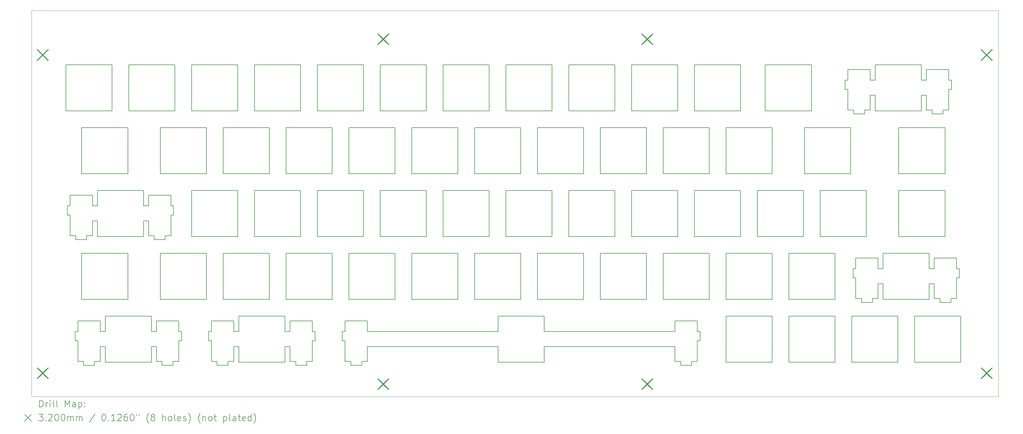
<source format=gbr>
%TF.GenerationSoftware,KiCad,Pcbnew,7.0.1*%
%TF.CreationDate,2023-10-19T22:59:03+03:00*%
%TF.ProjectId,keyboard_cherry_panel,6b657962-6f61-4726-945f-636865727279,rev?*%
%TF.SameCoordinates,Original*%
%TF.FileFunction,Drillmap*%
%TF.FilePolarity,Positive*%
%FSLAX45Y45*%
G04 Gerber Fmt 4.5, Leading zero omitted, Abs format (unit mm)*
G04 Created by KiCad (PCBNEW 7.0.1) date 2023-10-19 22:59:03*
%MOMM*%
%LPD*%
G01*
G04 APERTURE LIST*
%ADD10C,0.150000*%
%ADD11C,0.100000*%
%ADD12C,0.200000*%
%ADD13C,0.320000*%
G04 APERTURE END LIST*
D10*
X9504495Y-10636933D02*
X9676995Y-10636933D01*
X27881995Y-2389940D02*
X27881995Y-2110050D01*
X19142795Y-4944930D02*
X19142795Y-3545000D01*
X27124495Y-2110050D02*
X26972095Y-2110050D01*
X26286495Y-5450000D02*
X27686495Y-5450000D01*
X22447695Y-3545000D02*
X22447695Y-4944930D01*
X21495195Y-3039930D02*
X20095295Y-3039930D01*
X21047795Y-4944930D02*
X21047795Y-3545000D01*
X19142795Y-3545000D02*
X20542695Y-3545000D01*
X26762795Y-9260000D02*
X28162695Y-9260000D01*
X7207695Y-4944930D02*
X5807765Y-4944930D01*
X9112695Y-8754950D02*
X7712765Y-8754950D01*
X9422085Y-10009926D02*
X9504495Y-10009926D01*
X18190295Y-5450000D02*
X19590195Y-5450000D01*
X19590195Y-5450000D02*
X19590195Y-6849930D01*
X1997765Y-5450000D02*
X1997765Y-5920050D01*
X3960775Y-10636933D02*
X3960775Y-10756960D01*
X17685195Y-3039930D02*
X16285295Y-3039930D01*
X8593865Y-9730050D02*
X8511455Y-9730050D01*
X11017695Y-3545000D02*
X11017695Y-4944930D01*
X24352695Y-9260000D02*
X24352695Y-10659946D01*
X11970195Y-3039930D02*
X10570125Y-3039930D01*
X4350195Y-1640000D02*
X4350195Y-3039930D01*
X22447695Y-7355010D02*
X22447695Y-8754950D01*
X4855265Y-3039930D02*
X4855265Y-1640000D01*
X8665265Y-1640000D02*
X10065195Y-1640000D01*
X4855265Y-1640000D02*
X6255195Y-1640000D01*
X20542695Y-7355010D02*
X20542695Y-8754950D01*
X22952795Y-7355010D02*
X24352695Y-7355010D01*
X16285295Y-5450000D02*
X17685195Y-5450000D01*
X7683945Y-9730050D02*
X7683945Y-9260000D01*
X25571995Y-2570030D02*
X25571995Y-3039930D01*
X25810295Y-8754950D02*
X27210195Y-8754950D01*
X27686495Y-5450000D02*
X27686495Y-6849930D01*
X5807765Y-7355010D02*
X7207695Y-7355010D01*
X3902765Y-8754950D02*
X3902765Y-7355010D01*
X25155295Y-8731930D02*
X25155295Y-8851960D01*
X20261995Y-10009926D02*
X20261995Y-9730050D01*
X9112695Y-3545000D02*
X9112695Y-4944930D01*
X1910805Y-10756960D02*
X1910805Y-10636933D01*
X6131475Y-9407030D02*
X5456505Y-9407030D01*
X12475095Y-1640000D02*
X13875195Y-1640000D01*
X1408375Y-9407030D02*
X1408375Y-9730050D01*
X7836525Y-9407030D02*
X7836525Y-9730050D01*
X20179595Y-10009926D02*
X20261995Y-10009926D01*
X3788385Y-10189899D02*
X3788385Y-10636933D01*
X28037695Y-8731930D02*
X28037695Y-8104930D01*
X25657695Y-8285040D02*
X25810295Y-8285040D01*
X1170250Y-5597040D02*
X1170250Y-5920050D01*
X14380295Y-6849930D02*
X14380295Y-5450000D01*
X1170250Y-6199940D02*
X1170250Y-6826930D01*
X4052695Y-6826930D02*
X4225225Y-6826930D01*
X27210195Y-7355010D02*
X25810295Y-7355010D01*
X3788385Y-9407030D02*
X3788385Y-9730050D01*
X10007055Y-10636933D02*
X10179605Y-10636933D01*
X16732695Y-8754950D02*
X15332795Y-8754950D01*
X11017695Y-8754950D02*
X9617765Y-8754950D01*
X25247095Y-3016930D02*
X25419595Y-3016930D01*
X5456505Y-9407030D02*
X5456505Y-9730050D01*
X13427795Y-3545000D02*
X14827695Y-3545000D01*
X4307765Y-6199940D02*
X4307765Y-5920050D01*
X16285295Y-3039930D02*
X16285295Y-1640000D01*
X4463335Y-9407030D02*
X3788385Y-9407030D01*
X20007095Y-10636933D02*
X20179595Y-10636933D01*
X15780195Y-6849930D02*
X14380295Y-6849930D01*
X21047795Y-3545000D02*
X22447695Y-3545000D01*
X24352695Y-10659946D02*
X22952795Y-10659946D01*
X27362795Y-7502030D02*
X27362795Y-7825050D01*
X5628875Y-10756960D02*
X5958935Y-10756960D01*
X11522795Y-4944930D02*
X11522795Y-3545000D01*
X8511455Y-9407030D02*
X7836525Y-9407030D01*
X3635835Y-10659946D02*
X3635835Y-10189899D01*
X1170250Y-5920050D02*
X1087704Y-5920050D01*
X8008885Y-10756960D02*
X8338945Y-10756960D01*
X25419595Y-2110050D02*
X25419595Y-1787040D01*
X1997765Y-6380030D02*
X1997765Y-6849930D01*
X3902765Y-4944930D02*
X3902765Y-3545000D01*
X24744495Y-2389940D02*
X24744495Y-3016930D01*
X28162695Y-9260000D02*
X28162695Y-10659946D01*
X9112695Y-7355010D02*
X9112695Y-8754950D01*
X18190295Y-6849930D02*
X18190295Y-5450000D01*
X23428995Y-4944930D02*
X23428995Y-3545000D01*
X22000295Y-6849930D02*
X22000295Y-5450000D01*
X28120295Y-7825050D02*
X28037695Y-7825050D01*
X15542095Y-10189899D02*
X19504495Y-10189899D01*
X13427795Y-7355010D02*
X14827695Y-7355010D01*
X27865195Y-8731930D02*
X28037695Y-8731930D01*
X27210195Y-7825050D02*
X27210195Y-7355010D01*
X1845215Y-6826930D02*
X1845215Y-6380030D01*
X27627095Y-3136950D02*
X27627095Y-3016930D01*
X10179605Y-9730050D02*
X10179605Y-9407030D01*
X27535295Y-8851960D02*
X27865195Y-8851960D01*
X8665265Y-5450000D02*
X10065195Y-5450000D01*
X23428995Y-3545000D02*
X24828995Y-3545000D01*
X17685195Y-6849930D02*
X16285295Y-6849930D01*
X3397705Y-6380030D02*
X3550255Y-6380030D01*
X15542095Y-9260000D02*
X14141995Y-9260000D01*
X20542695Y-3545000D02*
X20542695Y-4944930D01*
X3902765Y-3545000D02*
X5302695Y-3545000D01*
X20095295Y-1640000D02*
X21495195Y-1640000D01*
X19590195Y-1640000D02*
X19590195Y-3039930D01*
X25657695Y-7502030D02*
X24982795Y-7502030D01*
X2235885Y-9260000D02*
X2235885Y-9730050D01*
X4290815Y-10756960D02*
X4290815Y-10636933D01*
X26972095Y-2110050D02*
X26972095Y-1640000D01*
X3635835Y-9730050D02*
X3635835Y-9260000D01*
X25485195Y-8731930D02*
X25657695Y-8731930D01*
X10570125Y-1640000D02*
X11970195Y-1640000D01*
X24916995Y-3136950D02*
X25247095Y-3136950D01*
X1672680Y-6946950D02*
X1672680Y-6826930D01*
X12922695Y-7355010D02*
X12922695Y-8754950D01*
X1845215Y-5597040D02*
X1170250Y-5597040D01*
X6255195Y-1640000D02*
X6255195Y-3039930D01*
X5302695Y-7355010D02*
X5302695Y-8754950D01*
X1521511Y-4944930D02*
X1521511Y-3545000D01*
X5807765Y-4944930D02*
X5807765Y-3545000D01*
X8160195Y-5450000D02*
X8160195Y-6849930D01*
X10007055Y-10756960D02*
X10007055Y-10636933D01*
X15542095Y-9730050D02*
X15542095Y-9260000D01*
X2921465Y-4944930D02*
X1521511Y-4944930D01*
X2921465Y-3545000D02*
X2921465Y-4944930D01*
X27881995Y-2110050D02*
X27799595Y-2110050D01*
X19142795Y-8754950D02*
X19142795Y-7355010D01*
X6284015Y-10189899D02*
X6284015Y-10659946D01*
X22447695Y-10659946D02*
X21047795Y-10659946D01*
X7683945Y-9260000D02*
X6284015Y-9260000D01*
X15780195Y-3039930D02*
X14380295Y-3039930D01*
X6131475Y-10189899D02*
X6284015Y-10189899D01*
X20095295Y-6849930D02*
X20095295Y-5450000D01*
X23638295Y-1640000D02*
X23638295Y-3039930D01*
X18637695Y-8754950D02*
X17237795Y-8754950D01*
X8665265Y-6849930D02*
X8665265Y-5450000D01*
X9617765Y-3545000D02*
X11017695Y-3545000D01*
X7207695Y-3545000D02*
X7207695Y-4944930D01*
X2235885Y-9730050D02*
X2083335Y-9730050D01*
X28120295Y-8104930D02*
X28120295Y-7825050D01*
X3788385Y-10636933D02*
X3960775Y-10636933D01*
X21047795Y-8754950D02*
X21047795Y-7355010D01*
X15542095Y-10659946D02*
X15542095Y-10189899D01*
X1997765Y-5920050D02*
X1845215Y-5920050D01*
X4463335Y-10636933D02*
X4463335Y-10009926D01*
X5958935Y-10636933D02*
X6131475Y-10636933D01*
X26286495Y-3545000D02*
X27686495Y-3545000D01*
X10570125Y-6849930D02*
X10570125Y-5450000D01*
X2921465Y-7355010D02*
X2921465Y-8754950D01*
X28037695Y-7825050D02*
X28037695Y-7502030D01*
X17237795Y-7355010D02*
X18637695Y-7355010D01*
X11522795Y-7355010D02*
X12922695Y-7355010D01*
X24982795Y-8731930D02*
X25155295Y-8731930D01*
X12475095Y-5450000D02*
X13875195Y-5450000D01*
X24744495Y-3016930D02*
X24916995Y-3016930D01*
X8511455Y-9730050D02*
X8511455Y-9407030D01*
X26972095Y-2570030D02*
X27124495Y-2570030D01*
X13427795Y-8754950D02*
X13427795Y-7355010D01*
X5958935Y-10756960D02*
X5958935Y-10636933D01*
X14380295Y-5450000D02*
X15780195Y-5450000D01*
X5373955Y-9730050D02*
X5373955Y-10009926D01*
X26257695Y-9260000D02*
X26257695Y-10659946D01*
X4052695Y-6946950D02*
X4052695Y-6826930D01*
X23905295Y-6849930D02*
X23905295Y-5450000D01*
X10065195Y-5450000D02*
X10065195Y-6849930D01*
X25247095Y-3136950D02*
X25247095Y-3016930D01*
X1342779Y-6946950D02*
X1672680Y-6946950D01*
X7683945Y-10659946D02*
X7683945Y-10189899D01*
X25571995Y-2110050D02*
X25419595Y-2110050D01*
X1087704Y-5920050D02*
X1087704Y-6199940D01*
X26762795Y-10659946D02*
X26762795Y-9260000D01*
X20095295Y-3039930D02*
X20095295Y-1640000D01*
X20095295Y-5450000D02*
X21495195Y-5450000D01*
X21047795Y-10659946D02*
X21047795Y-9260000D01*
X5628875Y-10636933D02*
X5628875Y-10756960D01*
X2083335Y-9407030D02*
X1408375Y-9407030D01*
X1045260Y-3039930D02*
X1045260Y-1640000D01*
X15332795Y-3545000D02*
X16732695Y-3545000D01*
X20179595Y-10636933D02*
X20179595Y-10009926D01*
X24828995Y-3545000D02*
X24828995Y-4944930D01*
X4225225Y-6826930D02*
X4225225Y-6199940D01*
X3788385Y-9730050D02*
X3635835Y-9730050D01*
X7712765Y-7355010D02*
X9112695Y-7355010D01*
X19504495Y-10189899D02*
X19504495Y-10636933D01*
X2950265Y-1640000D02*
X4350195Y-1640000D01*
X14141995Y-10659946D02*
X15542095Y-10659946D01*
X28162695Y-10659946D02*
X26762795Y-10659946D01*
X12475095Y-3039930D02*
X12475095Y-1640000D01*
X3635835Y-10189899D02*
X3788385Y-10189899D01*
X10179605Y-10636933D02*
X10179605Y-10189899D01*
X16285295Y-6849930D02*
X16285295Y-5450000D01*
X7712765Y-4944930D02*
X7712765Y-3545000D01*
X26972095Y-3039930D02*
X26972095Y-2570030D01*
X17237795Y-8754950D02*
X17237795Y-7355010D01*
X10065195Y-3039930D02*
X8665265Y-3039930D01*
X13875195Y-3039930D02*
X12475095Y-3039930D01*
X4225225Y-5920050D02*
X4225225Y-5597040D01*
X25657695Y-7825050D02*
X25657695Y-7502030D01*
X24662095Y-2110050D02*
X24662095Y-2389940D01*
X5302695Y-3545000D02*
X5302695Y-4944930D01*
X1408375Y-10636933D02*
X1580904Y-10636933D01*
X8338945Y-10756960D02*
X8338945Y-10636933D01*
X5456505Y-10636933D02*
X5628875Y-10636933D01*
X6255195Y-6849930D02*
X4855265Y-6849930D01*
X17237795Y-4944930D02*
X17237795Y-3545000D01*
X1325828Y-10009926D02*
X1408375Y-10009926D01*
X16732695Y-7355010D02*
X16732695Y-8754950D01*
X24916995Y-3016930D02*
X24916995Y-3136950D01*
X7836525Y-10189899D02*
X7836525Y-10636933D01*
X12922695Y-3545000D02*
X12922695Y-4944930D01*
X25419595Y-1787040D02*
X24744495Y-1787040D01*
X12475095Y-6849930D02*
X12475095Y-5450000D01*
X28037695Y-8104930D02*
X28120295Y-8104930D01*
X4225225Y-6199940D02*
X4307765Y-6199940D01*
X9504495Y-9730050D02*
X9422085Y-9730050D01*
X9504495Y-10009926D02*
X9504495Y-10636933D01*
X3635835Y-9260000D02*
X2235885Y-9260000D01*
X4290815Y-10636933D02*
X4463335Y-10636933D01*
X11970195Y-6849930D02*
X10570125Y-6849930D01*
X19676995Y-10756960D02*
X20007095Y-10756960D01*
X8665265Y-3039930D02*
X8665265Y-1640000D01*
X27124495Y-3016930D02*
X27296995Y-3016930D01*
X27865195Y-8851960D02*
X27865195Y-8731930D01*
X9504495Y-9407030D02*
X9504495Y-9730050D01*
X2083335Y-10189899D02*
X2235885Y-10189899D01*
X3550255Y-6826930D02*
X3722785Y-6826930D01*
X27296995Y-3016930D02*
X27296995Y-3136950D01*
X25419595Y-3016930D02*
X25419595Y-2570030D01*
X18637695Y-4944930D02*
X17237795Y-4944930D01*
X10179605Y-9407030D02*
X9504495Y-9407030D01*
X6255195Y-3039930D02*
X4855265Y-3039930D01*
X19504495Y-9730050D02*
X15542095Y-9730050D01*
X14141995Y-10189899D02*
X14141995Y-10659946D01*
X11017695Y-4944930D02*
X9617765Y-4944930D01*
X1045260Y-1640000D02*
X2445215Y-1640000D01*
X1521511Y-3545000D02*
X2921465Y-3545000D01*
X1580904Y-10756960D02*
X1910805Y-10756960D01*
X17685195Y-1640000D02*
X17685195Y-3039930D01*
X9676995Y-10636933D02*
X9676995Y-10756960D01*
X6131475Y-10636933D02*
X6131475Y-10189899D01*
X20179595Y-9730050D02*
X20179595Y-9407030D01*
X25305195Y-6849930D02*
X23905295Y-6849930D01*
X4350195Y-3039930D02*
X2950265Y-3039930D01*
X27799595Y-3016930D02*
X27799595Y-2389940D01*
X5302695Y-4944930D02*
X3902765Y-4944930D01*
X1997765Y-6849930D02*
X3397705Y-6849930D01*
X22238395Y-3039930D02*
X22238395Y-1640000D01*
X25810295Y-7825050D02*
X25657695Y-7825050D01*
X22447695Y-8754950D02*
X21047795Y-8754950D01*
X24744495Y-1787040D02*
X24744495Y-2110050D01*
X7712765Y-8754950D02*
X7712765Y-7355010D01*
X23905295Y-5450000D02*
X25305195Y-5450000D01*
X27124495Y-2570030D02*
X27124495Y-3016930D01*
X3960775Y-10756960D02*
X4290815Y-10756960D01*
X25155295Y-8851960D02*
X25485195Y-8851960D01*
X5302695Y-8754950D02*
X3902765Y-8754950D01*
X11970195Y-1640000D02*
X11970195Y-3039930D01*
X12922695Y-4944930D02*
X11522795Y-4944930D01*
X5807765Y-3545000D02*
X7207695Y-3545000D01*
X19142795Y-7355010D02*
X20542695Y-7355010D01*
X18637695Y-7355010D02*
X18637695Y-8754950D01*
X5456505Y-10009926D02*
X5456505Y-10636933D01*
X15332795Y-4944930D02*
X15332795Y-3545000D01*
X1521511Y-7355010D02*
X2921465Y-7355010D01*
X27799595Y-2389940D02*
X27881995Y-2389940D01*
X9617765Y-4944930D02*
X9617765Y-3545000D01*
X3722785Y-6946950D02*
X4052695Y-6946950D01*
X20542695Y-8754950D02*
X19142795Y-8754950D01*
X9112695Y-4944930D02*
X7712765Y-4944930D01*
X10570125Y-3039930D02*
X10570125Y-1640000D01*
X15332795Y-8754950D02*
X15332795Y-7355010D01*
X6284015Y-10659946D02*
X7683945Y-10659946D01*
X3397705Y-6849930D02*
X3397705Y-6380030D01*
X21047795Y-9260000D02*
X22447695Y-9260000D01*
X14827695Y-8754950D02*
X13427795Y-8754950D01*
X21495195Y-6849930D02*
X20095295Y-6849930D01*
X10065195Y-6849930D02*
X8665265Y-6849930D01*
X22000295Y-5450000D02*
X23400195Y-5450000D01*
X4545885Y-10009926D02*
X4545885Y-9730050D01*
X19504495Y-10636933D02*
X19676995Y-10636933D01*
X19504495Y-9407030D02*
X19504495Y-9730050D01*
X11970195Y-5450000D02*
X11970195Y-6849930D01*
X24900195Y-8104930D02*
X24982795Y-8104930D01*
X19590195Y-3039930D02*
X18190295Y-3039930D01*
X1408375Y-10009926D02*
X1408375Y-10636933D01*
X1087704Y-6199940D02*
X1170250Y-6199940D01*
X14827695Y-3545000D02*
X14827695Y-4944930D01*
X20179595Y-9407030D02*
X19504495Y-9407030D01*
X1521511Y-8754950D02*
X1521511Y-7355010D01*
X13427795Y-4944930D02*
X13427795Y-3545000D01*
X3550255Y-5597040D02*
X3550255Y-5920050D01*
X4855265Y-5450000D02*
X6255195Y-5450000D01*
X24857795Y-9260000D02*
X26257695Y-9260000D01*
X2083335Y-9730050D02*
X2083335Y-9407030D01*
X10179605Y-10189899D02*
X14141995Y-10189899D01*
X24982795Y-7825050D02*
X24900195Y-7825050D01*
X16285295Y-1640000D02*
X17685195Y-1640000D01*
X6284015Y-9260000D02*
X6284015Y-9730050D01*
X24828995Y-4944930D02*
X23428995Y-4944930D01*
X15780195Y-5450000D02*
X15780195Y-6849930D01*
X9422085Y-9730050D02*
X9422085Y-10009926D01*
X24662095Y-2389940D02*
X24744495Y-2389940D01*
X4855265Y-6849930D02*
X4855265Y-5450000D01*
X3902765Y-7355010D02*
X5302695Y-7355010D01*
X24982795Y-8104930D02*
X24982795Y-8731930D01*
X4463335Y-10009926D02*
X4545885Y-10009926D01*
X15332795Y-7355010D02*
X16732695Y-7355010D01*
X8160195Y-3039930D02*
X6760265Y-3039930D01*
X27362795Y-8731930D02*
X27535295Y-8731930D01*
X27686495Y-6849930D02*
X26286495Y-6849930D01*
X25810295Y-7355010D02*
X25810295Y-7825050D01*
X23400195Y-6849930D02*
X22000295Y-6849930D01*
X7683945Y-10189899D02*
X7836525Y-10189899D01*
X10065195Y-1640000D02*
X10065195Y-3039930D01*
X21495195Y-1640000D02*
X21495195Y-3039930D01*
X9617765Y-8754950D02*
X9617765Y-7355010D01*
X27362795Y-8285040D02*
X27362795Y-8731930D01*
X15780195Y-1640000D02*
X15780195Y-3039930D01*
X3550255Y-5920050D02*
X3397705Y-5920050D01*
X18190295Y-1640000D02*
X19590195Y-1640000D01*
X25419595Y-2570030D02*
X25571995Y-2570030D01*
X6131475Y-9730050D02*
X6131475Y-9407030D01*
X11522795Y-3545000D02*
X12922695Y-3545000D01*
X27362795Y-7825050D02*
X27210195Y-7825050D01*
X3722785Y-6826930D02*
X3722785Y-6946950D01*
X1325828Y-9730050D02*
X1325828Y-10009926D01*
X22238395Y-1640000D02*
X23638295Y-1640000D01*
X6760265Y-6849930D02*
X6760265Y-5450000D01*
X22952795Y-8754950D02*
X22952795Y-7355010D01*
X8160195Y-6849930D02*
X6760265Y-6849930D01*
X13875195Y-5450000D02*
X13875195Y-6849930D01*
X8593865Y-10009926D02*
X8593865Y-9730050D01*
X25571995Y-3039930D02*
X26972095Y-3039930D01*
X7712765Y-3545000D02*
X9112695Y-3545000D01*
X27210195Y-8285040D02*
X27362795Y-8285040D01*
X26286495Y-4944930D02*
X26286495Y-3545000D01*
X21047795Y-7355010D02*
X22447695Y-7355010D01*
X5373955Y-10009926D02*
X5456505Y-10009926D01*
X11522795Y-8754950D02*
X11522795Y-7355010D01*
X27799595Y-2110050D02*
X27799595Y-1787040D01*
X27627095Y-3016930D02*
X27799595Y-3016930D01*
X25305195Y-5450000D02*
X25305195Y-6849930D01*
X3397705Y-5450000D02*
X1997765Y-5450000D01*
X27535295Y-8731930D02*
X27535295Y-8851960D01*
X2235885Y-10659946D02*
X3635835Y-10659946D01*
X21495195Y-5450000D02*
X21495195Y-6849930D01*
X1845215Y-5920050D02*
X1845215Y-5597040D01*
X25810295Y-8285040D02*
X25810295Y-8754950D01*
X13875195Y-6849930D02*
X12475095Y-6849930D01*
X4225225Y-5597040D02*
X3550255Y-5597040D01*
X14827695Y-4944930D02*
X13427795Y-4944930D01*
X27686495Y-3545000D02*
X27686495Y-4944930D01*
X2921465Y-8754950D02*
X1521511Y-8754950D01*
X27210195Y-8754950D02*
X27210195Y-8285040D01*
X18190295Y-3039930D02*
X18190295Y-1640000D01*
X20542695Y-4944930D02*
X19142795Y-4944930D01*
D11*
X0Y0D02*
X29310000Y0D01*
X29310000Y-11700000D01*
X0Y-11700000D01*
X0Y0D01*
D10*
X17237795Y-3545000D02*
X18637695Y-3545000D01*
X8338945Y-10636933D02*
X8511455Y-10636933D01*
X20007095Y-10756960D02*
X20007095Y-10636933D01*
X20261995Y-9730050D02*
X20179595Y-9730050D01*
X7207695Y-8754950D02*
X5807765Y-8754950D01*
X25485195Y-8851960D02*
X25485195Y-8731930D01*
X4307765Y-5920050D02*
X4225225Y-5920050D01*
X24744495Y-2110050D02*
X24662095Y-2110050D01*
X5807765Y-8754950D02*
X5807765Y-7355010D01*
X27686495Y-4944930D02*
X26286495Y-4944930D01*
X10570125Y-5450000D02*
X11970195Y-5450000D01*
X25657695Y-8731930D02*
X25657695Y-8285040D01*
X2235885Y-10189899D02*
X2235885Y-10659946D01*
X14827695Y-7355010D02*
X14827695Y-8754950D01*
X24857795Y-10659946D02*
X24857795Y-9260000D01*
X26286495Y-6849930D02*
X26286495Y-5450000D01*
X8511455Y-10636933D02*
X8511455Y-10009926D01*
X22447695Y-9260000D02*
X22447695Y-10659946D01*
X7207695Y-7355010D02*
X7207695Y-8754950D01*
X3550255Y-6380030D02*
X3550255Y-6826930D01*
X8160195Y-1640000D02*
X8160195Y-3039930D01*
X13875195Y-1640000D02*
X13875195Y-3039930D01*
X7836525Y-9730050D02*
X7683945Y-9730050D01*
X6760265Y-1640000D02*
X8160195Y-1640000D01*
X8511455Y-10009926D02*
X8593865Y-10009926D01*
X11017695Y-7355010D02*
X11017695Y-8754950D01*
X22952795Y-9260000D02*
X24352695Y-9260000D01*
X22447695Y-4944930D02*
X21047795Y-4944930D01*
X14380295Y-1640000D02*
X15780195Y-1640000D01*
X14141995Y-9730050D02*
X10179605Y-9730050D01*
X1910805Y-10636933D02*
X2083335Y-10636933D01*
X23400195Y-5450000D02*
X23400195Y-6849930D01*
X1580904Y-10636933D02*
X1580904Y-10756960D01*
X19590195Y-6849930D02*
X18190295Y-6849930D01*
X5456505Y-9730050D02*
X5373955Y-9730050D01*
X1170250Y-6826930D02*
X1342779Y-6826930D01*
X18637695Y-3545000D02*
X18637695Y-4944930D01*
X27799595Y-1787040D02*
X27124495Y-1787040D01*
X6255195Y-5450000D02*
X6255195Y-6849930D01*
X26972095Y-1640000D02*
X25571995Y-1640000D01*
X24352695Y-7355010D02*
X24352695Y-8754950D01*
X14141995Y-9260000D02*
X14141995Y-9730050D01*
X23638295Y-3039930D02*
X22238395Y-3039930D01*
X2950265Y-3039930D02*
X2950265Y-1640000D01*
X12922695Y-8754950D02*
X11522795Y-8754950D01*
X6760265Y-5450000D02*
X8160195Y-5450000D01*
X6284015Y-9730050D02*
X6131475Y-9730050D01*
X2083335Y-10636933D02*
X2083335Y-10189899D01*
X26257695Y-10659946D02*
X24857795Y-10659946D01*
X16732695Y-3545000D02*
X16732695Y-4944930D01*
X6760265Y-3039930D02*
X6760265Y-1640000D01*
X24900195Y-7825050D02*
X24900195Y-8104930D01*
X8008885Y-10636933D02*
X8008885Y-10756960D01*
X1845215Y-6380030D02*
X1997765Y-6380030D01*
X28037695Y-7502030D02*
X27362795Y-7502030D01*
X4545885Y-9730050D02*
X4463335Y-9730050D01*
X24982795Y-7502030D02*
X24982795Y-7825050D01*
X1408375Y-9730050D02*
X1325828Y-9730050D01*
X14380295Y-3039930D02*
X14380295Y-1640000D01*
X25571995Y-1640000D02*
X25571995Y-2110050D01*
X1342779Y-6826930D02*
X1342779Y-6946950D01*
X17685195Y-5450000D02*
X17685195Y-6849930D01*
X9676995Y-10756960D02*
X10007055Y-10756960D01*
X27296995Y-3136950D02*
X27627095Y-3136950D01*
X27124495Y-1787040D02*
X27124495Y-2110050D01*
X2445215Y-1640000D02*
X2445215Y-3039930D01*
X16732695Y-4944930D02*
X15332795Y-4944930D01*
X9617765Y-7355010D02*
X11017695Y-7355010D01*
X4463335Y-9730050D02*
X4463335Y-9407030D01*
X19676995Y-10636933D02*
X19676995Y-10756960D01*
X24352695Y-8754950D02*
X22952795Y-8754950D01*
X7836525Y-10636933D02*
X8008885Y-10636933D01*
X2445215Y-3039930D02*
X1045260Y-3039930D01*
X3397705Y-5920050D02*
X3397705Y-5450000D01*
X1672680Y-6826930D02*
X1845215Y-6826930D01*
X22952795Y-10659946D02*
X22952795Y-9260000D01*
D12*
D13*
X184080Y-1186020D02*
X504080Y-1506020D01*
X504080Y-1186020D02*
X184080Y-1506020D01*
X184080Y-10836020D02*
X504080Y-11156020D01*
X504080Y-10836020D02*
X184080Y-11156020D01*
X10503760Y-710020D02*
X10823760Y-1030020D01*
X10823760Y-710020D02*
X10503760Y-1030020D01*
X10503760Y-11165910D02*
X10823760Y-11485910D01*
X10823760Y-11165910D02*
X10503760Y-11485910D01*
X18502800Y-710020D02*
X18822800Y-1030020D01*
X18822800Y-710020D02*
X18502800Y-1030020D01*
X18502800Y-11165910D02*
X18822800Y-11485910D01*
X18822800Y-11165910D02*
X18502800Y-11485910D01*
X28789330Y-1186020D02*
X29109330Y-1506020D01*
X29109330Y-1186020D02*
X28789330Y-1506020D01*
X28789330Y-10836020D02*
X29109330Y-11156020D01*
X29109330Y-10836020D02*
X28789330Y-11156020D01*
D12*
X242619Y-12017524D02*
X242619Y-11817524D01*
X242619Y-11817524D02*
X290238Y-11817524D01*
X290238Y-11817524D02*
X318810Y-11827048D01*
X318810Y-11827048D02*
X337857Y-11846095D01*
X337857Y-11846095D02*
X347381Y-11865143D01*
X347381Y-11865143D02*
X356905Y-11903238D01*
X356905Y-11903238D02*
X356905Y-11931809D01*
X356905Y-11931809D02*
X347381Y-11969905D01*
X347381Y-11969905D02*
X337857Y-11988952D01*
X337857Y-11988952D02*
X318810Y-12008000D01*
X318810Y-12008000D02*
X290238Y-12017524D01*
X290238Y-12017524D02*
X242619Y-12017524D01*
X442619Y-12017524D02*
X442619Y-11884190D01*
X442619Y-11922286D02*
X452143Y-11903238D01*
X452143Y-11903238D02*
X461667Y-11893714D01*
X461667Y-11893714D02*
X480714Y-11884190D01*
X480714Y-11884190D02*
X499762Y-11884190D01*
X566429Y-12017524D02*
X566429Y-11884190D01*
X566429Y-11817524D02*
X556905Y-11827048D01*
X556905Y-11827048D02*
X566429Y-11836571D01*
X566429Y-11836571D02*
X575952Y-11827048D01*
X575952Y-11827048D02*
X566429Y-11817524D01*
X566429Y-11817524D02*
X566429Y-11836571D01*
X690238Y-12017524D02*
X671190Y-12008000D01*
X671190Y-12008000D02*
X661667Y-11988952D01*
X661667Y-11988952D02*
X661667Y-11817524D01*
X795000Y-12017524D02*
X775952Y-12008000D01*
X775952Y-12008000D02*
X766428Y-11988952D01*
X766428Y-11988952D02*
X766428Y-11817524D01*
X1023571Y-12017524D02*
X1023571Y-11817524D01*
X1023571Y-11817524D02*
X1090238Y-11960381D01*
X1090238Y-11960381D02*
X1156905Y-11817524D01*
X1156905Y-11817524D02*
X1156905Y-12017524D01*
X1337857Y-12017524D02*
X1337857Y-11912762D01*
X1337857Y-11912762D02*
X1328333Y-11893714D01*
X1328333Y-11893714D02*
X1309286Y-11884190D01*
X1309286Y-11884190D02*
X1271190Y-11884190D01*
X1271190Y-11884190D02*
X1252143Y-11893714D01*
X1337857Y-12008000D02*
X1318810Y-12017524D01*
X1318810Y-12017524D02*
X1271190Y-12017524D01*
X1271190Y-12017524D02*
X1252143Y-12008000D01*
X1252143Y-12008000D02*
X1242619Y-11988952D01*
X1242619Y-11988952D02*
X1242619Y-11969905D01*
X1242619Y-11969905D02*
X1252143Y-11950857D01*
X1252143Y-11950857D02*
X1271190Y-11941333D01*
X1271190Y-11941333D02*
X1318810Y-11941333D01*
X1318810Y-11941333D02*
X1337857Y-11931809D01*
X1433095Y-11884190D02*
X1433095Y-12084190D01*
X1433095Y-11893714D02*
X1452143Y-11884190D01*
X1452143Y-11884190D02*
X1490238Y-11884190D01*
X1490238Y-11884190D02*
X1509286Y-11893714D01*
X1509286Y-11893714D02*
X1518809Y-11903238D01*
X1518809Y-11903238D02*
X1528333Y-11922286D01*
X1528333Y-11922286D02*
X1528333Y-11979428D01*
X1528333Y-11979428D02*
X1518809Y-11998476D01*
X1518809Y-11998476D02*
X1509286Y-12008000D01*
X1509286Y-12008000D02*
X1490238Y-12017524D01*
X1490238Y-12017524D02*
X1452143Y-12017524D01*
X1452143Y-12017524D02*
X1433095Y-12008000D01*
X1614048Y-11998476D02*
X1623571Y-12008000D01*
X1623571Y-12008000D02*
X1614048Y-12017524D01*
X1614048Y-12017524D02*
X1604524Y-12008000D01*
X1604524Y-12008000D02*
X1614048Y-11998476D01*
X1614048Y-11998476D02*
X1614048Y-12017524D01*
X1614048Y-11893714D02*
X1623571Y-11903238D01*
X1623571Y-11903238D02*
X1614048Y-11912762D01*
X1614048Y-11912762D02*
X1604524Y-11903238D01*
X1604524Y-11903238D02*
X1614048Y-11893714D01*
X1614048Y-11893714D02*
X1614048Y-11912762D01*
X-205000Y-12245000D02*
X-5000Y-12445000D01*
X-5000Y-12245000D02*
X-205000Y-12445000D01*
X223571Y-12237524D02*
X347381Y-12237524D01*
X347381Y-12237524D02*
X280714Y-12313714D01*
X280714Y-12313714D02*
X309286Y-12313714D01*
X309286Y-12313714D02*
X328333Y-12323238D01*
X328333Y-12323238D02*
X337857Y-12332762D01*
X337857Y-12332762D02*
X347381Y-12351809D01*
X347381Y-12351809D02*
X347381Y-12399428D01*
X347381Y-12399428D02*
X337857Y-12418476D01*
X337857Y-12418476D02*
X328333Y-12428000D01*
X328333Y-12428000D02*
X309286Y-12437524D01*
X309286Y-12437524D02*
X252143Y-12437524D01*
X252143Y-12437524D02*
X233095Y-12428000D01*
X233095Y-12428000D02*
X223571Y-12418476D01*
X433095Y-12418476D02*
X442619Y-12428000D01*
X442619Y-12428000D02*
X433095Y-12437524D01*
X433095Y-12437524D02*
X423571Y-12428000D01*
X423571Y-12428000D02*
X433095Y-12418476D01*
X433095Y-12418476D02*
X433095Y-12437524D01*
X518809Y-12256571D02*
X528333Y-12247048D01*
X528333Y-12247048D02*
X547381Y-12237524D01*
X547381Y-12237524D02*
X595000Y-12237524D01*
X595000Y-12237524D02*
X614048Y-12247048D01*
X614048Y-12247048D02*
X623571Y-12256571D01*
X623571Y-12256571D02*
X633095Y-12275619D01*
X633095Y-12275619D02*
X633095Y-12294667D01*
X633095Y-12294667D02*
X623571Y-12323238D01*
X623571Y-12323238D02*
X509286Y-12437524D01*
X509286Y-12437524D02*
X633095Y-12437524D01*
X756905Y-12237524D02*
X775952Y-12237524D01*
X775952Y-12237524D02*
X795000Y-12247048D01*
X795000Y-12247048D02*
X804524Y-12256571D01*
X804524Y-12256571D02*
X814048Y-12275619D01*
X814048Y-12275619D02*
X823571Y-12313714D01*
X823571Y-12313714D02*
X823571Y-12361333D01*
X823571Y-12361333D02*
X814048Y-12399428D01*
X814048Y-12399428D02*
X804524Y-12418476D01*
X804524Y-12418476D02*
X795000Y-12428000D01*
X795000Y-12428000D02*
X775952Y-12437524D01*
X775952Y-12437524D02*
X756905Y-12437524D01*
X756905Y-12437524D02*
X737857Y-12428000D01*
X737857Y-12428000D02*
X728333Y-12418476D01*
X728333Y-12418476D02*
X718809Y-12399428D01*
X718809Y-12399428D02*
X709286Y-12361333D01*
X709286Y-12361333D02*
X709286Y-12313714D01*
X709286Y-12313714D02*
X718809Y-12275619D01*
X718809Y-12275619D02*
X728333Y-12256571D01*
X728333Y-12256571D02*
X737857Y-12247048D01*
X737857Y-12247048D02*
X756905Y-12237524D01*
X947381Y-12237524D02*
X966429Y-12237524D01*
X966429Y-12237524D02*
X985476Y-12247048D01*
X985476Y-12247048D02*
X995000Y-12256571D01*
X995000Y-12256571D02*
X1004524Y-12275619D01*
X1004524Y-12275619D02*
X1014048Y-12313714D01*
X1014048Y-12313714D02*
X1014048Y-12361333D01*
X1014048Y-12361333D02*
X1004524Y-12399428D01*
X1004524Y-12399428D02*
X995000Y-12418476D01*
X995000Y-12418476D02*
X985476Y-12428000D01*
X985476Y-12428000D02*
X966429Y-12437524D01*
X966429Y-12437524D02*
X947381Y-12437524D01*
X947381Y-12437524D02*
X928333Y-12428000D01*
X928333Y-12428000D02*
X918809Y-12418476D01*
X918809Y-12418476D02*
X909286Y-12399428D01*
X909286Y-12399428D02*
X899762Y-12361333D01*
X899762Y-12361333D02*
X899762Y-12313714D01*
X899762Y-12313714D02*
X909286Y-12275619D01*
X909286Y-12275619D02*
X918809Y-12256571D01*
X918809Y-12256571D02*
X928333Y-12247048D01*
X928333Y-12247048D02*
X947381Y-12237524D01*
X1099762Y-12437524D02*
X1099762Y-12304190D01*
X1099762Y-12323238D02*
X1109286Y-12313714D01*
X1109286Y-12313714D02*
X1128333Y-12304190D01*
X1128333Y-12304190D02*
X1156905Y-12304190D01*
X1156905Y-12304190D02*
X1175952Y-12313714D01*
X1175952Y-12313714D02*
X1185476Y-12332762D01*
X1185476Y-12332762D02*
X1185476Y-12437524D01*
X1185476Y-12332762D02*
X1195000Y-12313714D01*
X1195000Y-12313714D02*
X1214048Y-12304190D01*
X1214048Y-12304190D02*
X1242619Y-12304190D01*
X1242619Y-12304190D02*
X1261667Y-12313714D01*
X1261667Y-12313714D02*
X1271191Y-12332762D01*
X1271191Y-12332762D02*
X1271191Y-12437524D01*
X1366429Y-12437524D02*
X1366429Y-12304190D01*
X1366429Y-12323238D02*
X1375952Y-12313714D01*
X1375952Y-12313714D02*
X1395000Y-12304190D01*
X1395000Y-12304190D02*
X1423571Y-12304190D01*
X1423571Y-12304190D02*
X1442619Y-12313714D01*
X1442619Y-12313714D02*
X1452143Y-12332762D01*
X1452143Y-12332762D02*
X1452143Y-12437524D01*
X1452143Y-12332762D02*
X1461667Y-12313714D01*
X1461667Y-12313714D02*
X1480714Y-12304190D01*
X1480714Y-12304190D02*
X1509286Y-12304190D01*
X1509286Y-12304190D02*
X1528333Y-12313714D01*
X1528333Y-12313714D02*
X1537857Y-12332762D01*
X1537857Y-12332762D02*
X1537857Y-12437524D01*
X1928333Y-12228000D02*
X1756905Y-12485143D01*
X2185476Y-12237524D02*
X2204524Y-12237524D01*
X2204524Y-12237524D02*
X2223572Y-12247048D01*
X2223572Y-12247048D02*
X2233095Y-12256571D01*
X2233095Y-12256571D02*
X2242619Y-12275619D01*
X2242619Y-12275619D02*
X2252143Y-12313714D01*
X2252143Y-12313714D02*
X2252143Y-12361333D01*
X2252143Y-12361333D02*
X2242619Y-12399428D01*
X2242619Y-12399428D02*
X2233095Y-12418476D01*
X2233095Y-12418476D02*
X2223572Y-12428000D01*
X2223572Y-12428000D02*
X2204524Y-12437524D01*
X2204524Y-12437524D02*
X2185476Y-12437524D01*
X2185476Y-12437524D02*
X2166429Y-12428000D01*
X2166429Y-12428000D02*
X2156905Y-12418476D01*
X2156905Y-12418476D02*
X2147381Y-12399428D01*
X2147381Y-12399428D02*
X2137857Y-12361333D01*
X2137857Y-12361333D02*
X2137857Y-12313714D01*
X2137857Y-12313714D02*
X2147381Y-12275619D01*
X2147381Y-12275619D02*
X2156905Y-12256571D01*
X2156905Y-12256571D02*
X2166429Y-12247048D01*
X2166429Y-12247048D02*
X2185476Y-12237524D01*
X2337857Y-12418476D02*
X2347381Y-12428000D01*
X2347381Y-12428000D02*
X2337857Y-12437524D01*
X2337857Y-12437524D02*
X2328334Y-12428000D01*
X2328334Y-12428000D02*
X2337857Y-12418476D01*
X2337857Y-12418476D02*
X2337857Y-12437524D01*
X2537857Y-12437524D02*
X2423572Y-12437524D01*
X2480714Y-12437524D02*
X2480714Y-12237524D01*
X2480714Y-12237524D02*
X2461667Y-12266095D01*
X2461667Y-12266095D02*
X2442619Y-12285143D01*
X2442619Y-12285143D02*
X2423572Y-12294667D01*
X2614048Y-12256571D02*
X2623572Y-12247048D01*
X2623572Y-12247048D02*
X2642619Y-12237524D01*
X2642619Y-12237524D02*
X2690238Y-12237524D01*
X2690238Y-12237524D02*
X2709286Y-12247048D01*
X2709286Y-12247048D02*
X2718810Y-12256571D01*
X2718810Y-12256571D02*
X2728334Y-12275619D01*
X2728334Y-12275619D02*
X2728334Y-12294667D01*
X2728334Y-12294667D02*
X2718810Y-12323238D01*
X2718810Y-12323238D02*
X2604524Y-12437524D01*
X2604524Y-12437524D02*
X2728334Y-12437524D01*
X2899762Y-12237524D02*
X2861667Y-12237524D01*
X2861667Y-12237524D02*
X2842619Y-12247048D01*
X2842619Y-12247048D02*
X2833095Y-12256571D01*
X2833095Y-12256571D02*
X2814048Y-12285143D01*
X2814048Y-12285143D02*
X2804524Y-12323238D01*
X2804524Y-12323238D02*
X2804524Y-12399428D01*
X2804524Y-12399428D02*
X2814048Y-12418476D01*
X2814048Y-12418476D02*
X2823572Y-12428000D01*
X2823572Y-12428000D02*
X2842619Y-12437524D01*
X2842619Y-12437524D02*
X2880714Y-12437524D01*
X2880714Y-12437524D02*
X2899762Y-12428000D01*
X2899762Y-12428000D02*
X2909286Y-12418476D01*
X2909286Y-12418476D02*
X2918810Y-12399428D01*
X2918810Y-12399428D02*
X2918810Y-12351809D01*
X2918810Y-12351809D02*
X2909286Y-12332762D01*
X2909286Y-12332762D02*
X2899762Y-12323238D01*
X2899762Y-12323238D02*
X2880714Y-12313714D01*
X2880714Y-12313714D02*
X2842619Y-12313714D01*
X2842619Y-12313714D02*
X2823572Y-12323238D01*
X2823572Y-12323238D02*
X2814048Y-12332762D01*
X2814048Y-12332762D02*
X2804524Y-12351809D01*
X3042619Y-12237524D02*
X3061667Y-12237524D01*
X3061667Y-12237524D02*
X3080714Y-12247048D01*
X3080714Y-12247048D02*
X3090238Y-12256571D01*
X3090238Y-12256571D02*
X3099762Y-12275619D01*
X3099762Y-12275619D02*
X3109286Y-12313714D01*
X3109286Y-12313714D02*
X3109286Y-12361333D01*
X3109286Y-12361333D02*
X3099762Y-12399428D01*
X3099762Y-12399428D02*
X3090238Y-12418476D01*
X3090238Y-12418476D02*
X3080714Y-12428000D01*
X3080714Y-12428000D02*
X3061667Y-12437524D01*
X3061667Y-12437524D02*
X3042619Y-12437524D01*
X3042619Y-12437524D02*
X3023572Y-12428000D01*
X3023572Y-12428000D02*
X3014048Y-12418476D01*
X3014048Y-12418476D02*
X3004524Y-12399428D01*
X3004524Y-12399428D02*
X2995000Y-12361333D01*
X2995000Y-12361333D02*
X2995000Y-12313714D01*
X2995000Y-12313714D02*
X3004524Y-12275619D01*
X3004524Y-12275619D02*
X3014048Y-12256571D01*
X3014048Y-12256571D02*
X3023572Y-12247048D01*
X3023572Y-12247048D02*
X3042619Y-12237524D01*
X3185476Y-12237524D02*
X3185476Y-12275619D01*
X3261667Y-12237524D02*
X3261667Y-12275619D01*
X3556905Y-12513714D02*
X3547381Y-12504190D01*
X3547381Y-12504190D02*
X3528334Y-12475619D01*
X3528334Y-12475619D02*
X3518810Y-12456571D01*
X3518810Y-12456571D02*
X3509286Y-12428000D01*
X3509286Y-12428000D02*
X3499762Y-12380381D01*
X3499762Y-12380381D02*
X3499762Y-12342286D01*
X3499762Y-12342286D02*
X3509286Y-12294667D01*
X3509286Y-12294667D02*
X3518810Y-12266095D01*
X3518810Y-12266095D02*
X3528334Y-12247048D01*
X3528334Y-12247048D02*
X3547381Y-12218476D01*
X3547381Y-12218476D02*
X3556905Y-12208952D01*
X3661667Y-12323238D02*
X3642619Y-12313714D01*
X3642619Y-12313714D02*
X3633095Y-12304190D01*
X3633095Y-12304190D02*
X3623572Y-12285143D01*
X3623572Y-12285143D02*
X3623572Y-12275619D01*
X3623572Y-12275619D02*
X3633095Y-12256571D01*
X3633095Y-12256571D02*
X3642619Y-12247048D01*
X3642619Y-12247048D02*
X3661667Y-12237524D01*
X3661667Y-12237524D02*
X3699762Y-12237524D01*
X3699762Y-12237524D02*
X3718810Y-12247048D01*
X3718810Y-12247048D02*
X3728334Y-12256571D01*
X3728334Y-12256571D02*
X3737857Y-12275619D01*
X3737857Y-12275619D02*
X3737857Y-12285143D01*
X3737857Y-12285143D02*
X3728334Y-12304190D01*
X3728334Y-12304190D02*
X3718810Y-12313714D01*
X3718810Y-12313714D02*
X3699762Y-12323238D01*
X3699762Y-12323238D02*
X3661667Y-12323238D01*
X3661667Y-12323238D02*
X3642619Y-12332762D01*
X3642619Y-12332762D02*
X3633095Y-12342286D01*
X3633095Y-12342286D02*
X3623572Y-12361333D01*
X3623572Y-12361333D02*
X3623572Y-12399428D01*
X3623572Y-12399428D02*
X3633095Y-12418476D01*
X3633095Y-12418476D02*
X3642619Y-12428000D01*
X3642619Y-12428000D02*
X3661667Y-12437524D01*
X3661667Y-12437524D02*
X3699762Y-12437524D01*
X3699762Y-12437524D02*
X3718810Y-12428000D01*
X3718810Y-12428000D02*
X3728334Y-12418476D01*
X3728334Y-12418476D02*
X3737857Y-12399428D01*
X3737857Y-12399428D02*
X3737857Y-12361333D01*
X3737857Y-12361333D02*
X3728334Y-12342286D01*
X3728334Y-12342286D02*
X3718810Y-12332762D01*
X3718810Y-12332762D02*
X3699762Y-12323238D01*
X3975953Y-12437524D02*
X3975953Y-12237524D01*
X4061667Y-12437524D02*
X4061667Y-12332762D01*
X4061667Y-12332762D02*
X4052143Y-12313714D01*
X4052143Y-12313714D02*
X4033096Y-12304190D01*
X4033096Y-12304190D02*
X4004524Y-12304190D01*
X4004524Y-12304190D02*
X3985476Y-12313714D01*
X3985476Y-12313714D02*
X3975953Y-12323238D01*
X4185476Y-12437524D02*
X4166429Y-12428000D01*
X4166429Y-12428000D02*
X4156905Y-12418476D01*
X4156905Y-12418476D02*
X4147381Y-12399428D01*
X4147381Y-12399428D02*
X4147381Y-12342286D01*
X4147381Y-12342286D02*
X4156905Y-12323238D01*
X4156905Y-12323238D02*
X4166429Y-12313714D01*
X4166429Y-12313714D02*
X4185476Y-12304190D01*
X4185476Y-12304190D02*
X4214048Y-12304190D01*
X4214048Y-12304190D02*
X4233096Y-12313714D01*
X4233096Y-12313714D02*
X4242619Y-12323238D01*
X4242619Y-12323238D02*
X4252143Y-12342286D01*
X4252143Y-12342286D02*
X4252143Y-12399428D01*
X4252143Y-12399428D02*
X4242619Y-12418476D01*
X4242619Y-12418476D02*
X4233096Y-12428000D01*
X4233096Y-12428000D02*
X4214048Y-12437524D01*
X4214048Y-12437524D02*
X4185476Y-12437524D01*
X4366429Y-12437524D02*
X4347381Y-12428000D01*
X4347381Y-12428000D02*
X4337858Y-12408952D01*
X4337858Y-12408952D02*
X4337858Y-12237524D01*
X4518810Y-12428000D02*
X4499762Y-12437524D01*
X4499762Y-12437524D02*
X4461667Y-12437524D01*
X4461667Y-12437524D02*
X4442619Y-12428000D01*
X4442619Y-12428000D02*
X4433096Y-12408952D01*
X4433096Y-12408952D02*
X4433096Y-12332762D01*
X4433096Y-12332762D02*
X4442619Y-12313714D01*
X4442619Y-12313714D02*
X4461667Y-12304190D01*
X4461667Y-12304190D02*
X4499762Y-12304190D01*
X4499762Y-12304190D02*
X4518810Y-12313714D01*
X4518810Y-12313714D02*
X4528334Y-12332762D01*
X4528334Y-12332762D02*
X4528334Y-12351809D01*
X4528334Y-12351809D02*
X4433096Y-12370857D01*
X4604524Y-12428000D02*
X4623572Y-12437524D01*
X4623572Y-12437524D02*
X4661667Y-12437524D01*
X4661667Y-12437524D02*
X4680715Y-12428000D01*
X4680715Y-12428000D02*
X4690239Y-12408952D01*
X4690239Y-12408952D02*
X4690239Y-12399428D01*
X4690239Y-12399428D02*
X4680715Y-12380381D01*
X4680715Y-12380381D02*
X4661667Y-12370857D01*
X4661667Y-12370857D02*
X4633096Y-12370857D01*
X4633096Y-12370857D02*
X4614048Y-12361333D01*
X4614048Y-12361333D02*
X4604524Y-12342286D01*
X4604524Y-12342286D02*
X4604524Y-12332762D01*
X4604524Y-12332762D02*
X4614048Y-12313714D01*
X4614048Y-12313714D02*
X4633096Y-12304190D01*
X4633096Y-12304190D02*
X4661667Y-12304190D01*
X4661667Y-12304190D02*
X4680715Y-12313714D01*
X4756905Y-12513714D02*
X4766429Y-12504190D01*
X4766429Y-12504190D02*
X4785477Y-12475619D01*
X4785477Y-12475619D02*
X4795000Y-12456571D01*
X4795000Y-12456571D02*
X4804524Y-12428000D01*
X4804524Y-12428000D02*
X4814048Y-12380381D01*
X4814048Y-12380381D02*
X4814048Y-12342286D01*
X4814048Y-12342286D02*
X4804524Y-12294667D01*
X4804524Y-12294667D02*
X4795000Y-12266095D01*
X4795000Y-12266095D02*
X4785477Y-12247048D01*
X4785477Y-12247048D02*
X4766429Y-12218476D01*
X4766429Y-12218476D02*
X4756905Y-12208952D01*
X5118810Y-12513714D02*
X5109286Y-12504190D01*
X5109286Y-12504190D02*
X5090239Y-12475619D01*
X5090239Y-12475619D02*
X5080715Y-12456571D01*
X5080715Y-12456571D02*
X5071191Y-12428000D01*
X5071191Y-12428000D02*
X5061667Y-12380381D01*
X5061667Y-12380381D02*
X5061667Y-12342286D01*
X5061667Y-12342286D02*
X5071191Y-12294667D01*
X5071191Y-12294667D02*
X5080715Y-12266095D01*
X5080715Y-12266095D02*
X5090239Y-12247048D01*
X5090239Y-12247048D02*
X5109286Y-12218476D01*
X5109286Y-12218476D02*
X5118810Y-12208952D01*
X5195000Y-12304190D02*
X5195000Y-12437524D01*
X5195000Y-12323238D02*
X5204524Y-12313714D01*
X5204524Y-12313714D02*
X5223572Y-12304190D01*
X5223572Y-12304190D02*
X5252143Y-12304190D01*
X5252143Y-12304190D02*
X5271191Y-12313714D01*
X5271191Y-12313714D02*
X5280715Y-12332762D01*
X5280715Y-12332762D02*
X5280715Y-12437524D01*
X5404524Y-12437524D02*
X5385477Y-12428000D01*
X5385477Y-12428000D02*
X5375953Y-12418476D01*
X5375953Y-12418476D02*
X5366429Y-12399428D01*
X5366429Y-12399428D02*
X5366429Y-12342286D01*
X5366429Y-12342286D02*
X5375953Y-12323238D01*
X5375953Y-12323238D02*
X5385477Y-12313714D01*
X5385477Y-12313714D02*
X5404524Y-12304190D01*
X5404524Y-12304190D02*
X5433096Y-12304190D01*
X5433096Y-12304190D02*
X5452143Y-12313714D01*
X5452143Y-12313714D02*
X5461667Y-12323238D01*
X5461667Y-12323238D02*
X5471191Y-12342286D01*
X5471191Y-12342286D02*
X5471191Y-12399428D01*
X5471191Y-12399428D02*
X5461667Y-12418476D01*
X5461667Y-12418476D02*
X5452143Y-12428000D01*
X5452143Y-12428000D02*
X5433096Y-12437524D01*
X5433096Y-12437524D02*
X5404524Y-12437524D01*
X5528334Y-12304190D02*
X5604524Y-12304190D01*
X5556905Y-12237524D02*
X5556905Y-12408952D01*
X5556905Y-12408952D02*
X5566429Y-12428000D01*
X5566429Y-12428000D02*
X5585477Y-12437524D01*
X5585477Y-12437524D02*
X5604524Y-12437524D01*
X5823572Y-12304190D02*
X5823572Y-12504190D01*
X5823572Y-12313714D02*
X5842619Y-12304190D01*
X5842619Y-12304190D02*
X5880715Y-12304190D01*
X5880715Y-12304190D02*
X5899762Y-12313714D01*
X5899762Y-12313714D02*
X5909286Y-12323238D01*
X5909286Y-12323238D02*
X5918810Y-12342286D01*
X5918810Y-12342286D02*
X5918810Y-12399428D01*
X5918810Y-12399428D02*
X5909286Y-12418476D01*
X5909286Y-12418476D02*
X5899762Y-12428000D01*
X5899762Y-12428000D02*
X5880715Y-12437524D01*
X5880715Y-12437524D02*
X5842619Y-12437524D01*
X5842619Y-12437524D02*
X5823572Y-12428000D01*
X6033096Y-12437524D02*
X6014048Y-12428000D01*
X6014048Y-12428000D02*
X6004524Y-12408952D01*
X6004524Y-12408952D02*
X6004524Y-12237524D01*
X6195000Y-12437524D02*
X6195000Y-12332762D01*
X6195000Y-12332762D02*
X6185477Y-12313714D01*
X6185477Y-12313714D02*
X6166429Y-12304190D01*
X6166429Y-12304190D02*
X6128334Y-12304190D01*
X6128334Y-12304190D02*
X6109286Y-12313714D01*
X6195000Y-12428000D02*
X6175953Y-12437524D01*
X6175953Y-12437524D02*
X6128334Y-12437524D01*
X6128334Y-12437524D02*
X6109286Y-12428000D01*
X6109286Y-12428000D02*
X6099762Y-12408952D01*
X6099762Y-12408952D02*
X6099762Y-12389905D01*
X6099762Y-12389905D02*
X6109286Y-12370857D01*
X6109286Y-12370857D02*
X6128334Y-12361333D01*
X6128334Y-12361333D02*
X6175953Y-12361333D01*
X6175953Y-12361333D02*
X6195000Y-12351809D01*
X6261667Y-12304190D02*
X6337858Y-12304190D01*
X6290239Y-12237524D02*
X6290239Y-12408952D01*
X6290239Y-12408952D02*
X6299762Y-12428000D01*
X6299762Y-12428000D02*
X6318810Y-12437524D01*
X6318810Y-12437524D02*
X6337858Y-12437524D01*
X6480715Y-12428000D02*
X6461667Y-12437524D01*
X6461667Y-12437524D02*
X6423572Y-12437524D01*
X6423572Y-12437524D02*
X6404524Y-12428000D01*
X6404524Y-12428000D02*
X6395000Y-12408952D01*
X6395000Y-12408952D02*
X6395000Y-12332762D01*
X6395000Y-12332762D02*
X6404524Y-12313714D01*
X6404524Y-12313714D02*
X6423572Y-12304190D01*
X6423572Y-12304190D02*
X6461667Y-12304190D01*
X6461667Y-12304190D02*
X6480715Y-12313714D01*
X6480715Y-12313714D02*
X6490239Y-12332762D01*
X6490239Y-12332762D02*
X6490239Y-12351809D01*
X6490239Y-12351809D02*
X6395000Y-12370857D01*
X6661667Y-12437524D02*
X6661667Y-12237524D01*
X6661667Y-12428000D02*
X6642620Y-12437524D01*
X6642620Y-12437524D02*
X6604524Y-12437524D01*
X6604524Y-12437524D02*
X6585477Y-12428000D01*
X6585477Y-12428000D02*
X6575953Y-12418476D01*
X6575953Y-12418476D02*
X6566429Y-12399428D01*
X6566429Y-12399428D02*
X6566429Y-12342286D01*
X6566429Y-12342286D02*
X6575953Y-12323238D01*
X6575953Y-12323238D02*
X6585477Y-12313714D01*
X6585477Y-12313714D02*
X6604524Y-12304190D01*
X6604524Y-12304190D02*
X6642620Y-12304190D01*
X6642620Y-12304190D02*
X6661667Y-12313714D01*
X6737858Y-12513714D02*
X6747381Y-12504190D01*
X6747381Y-12504190D02*
X6766429Y-12475619D01*
X6766429Y-12475619D02*
X6775953Y-12456571D01*
X6775953Y-12456571D02*
X6785477Y-12428000D01*
X6785477Y-12428000D02*
X6795000Y-12380381D01*
X6795000Y-12380381D02*
X6795000Y-12342286D01*
X6795000Y-12342286D02*
X6785477Y-12294667D01*
X6785477Y-12294667D02*
X6775953Y-12266095D01*
X6775953Y-12266095D02*
X6766429Y-12247048D01*
X6766429Y-12247048D02*
X6747381Y-12218476D01*
X6747381Y-12218476D02*
X6737858Y-12208952D01*
M02*

</source>
